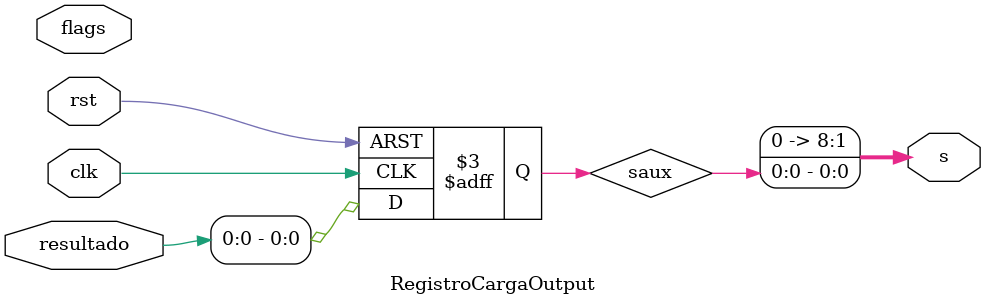
<source format=sv>
module RegistroCargaOutput#(parameter N=4)(input [N:0] resultado, input [3:0] flags, input clk, rst, output [N+4:0] s);
	
	logic saux = 0;
	always @ (negedge clk or posedge rst)
		if(rst)
			saux=0;
		else
			saux = {flags, resultado};
 
	assign s = saux;

endmodule 
</source>
